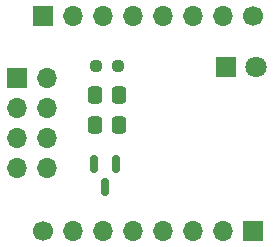
<source format=gbr>
%TF.GenerationSoftware,KiCad,Pcbnew,7.0.2-1.fc38*%
%TF.CreationDate,2023-05-30T17:24:50+02:00*%
%TF.ProjectId,cc1101_pcb,63633131-3031-45f7-9063-622e6b696361,rev?*%
%TF.SameCoordinates,Original*%
%TF.FileFunction,Soldermask,Top*%
%TF.FilePolarity,Negative*%
%FSLAX46Y46*%
G04 Gerber Fmt 4.6, Leading zero omitted, Abs format (unit mm)*
G04 Created by KiCad (PCBNEW 7.0.2-1.fc38) date 2023-05-30 17:24:50*
%MOMM*%
%LPD*%
G01*
G04 APERTURE LIST*
G04 Aperture macros list*
%AMRoundRect*
0 Rectangle with rounded corners*
0 $1 Rounding radius*
0 $2 $3 $4 $5 $6 $7 $8 $9 X,Y pos of 4 corners*
0 Add a 4 corners polygon primitive as box body*
4,1,4,$2,$3,$4,$5,$6,$7,$8,$9,$2,$3,0*
0 Add four circle primitives for the rounded corners*
1,1,$1+$1,$2,$3*
1,1,$1+$1,$4,$5*
1,1,$1+$1,$6,$7*
1,1,$1+$1,$8,$9*
0 Add four rect primitives between the rounded corners*
20,1,$1+$1,$2,$3,$4,$5,0*
20,1,$1+$1,$4,$5,$6,$7,0*
20,1,$1+$1,$6,$7,$8,$9,0*
20,1,$1+$1,$8,$9,$2,$3,0*%
G04 Aperture macros list end*
%ADD10C,1.700000*%
%ADD11O,1.700000X1.700000*%
%ADD12R,1.700000X1.700000*%
%ADD13RoundRect,0.237500X0.250000X0.237500X-0.250000X0.237500X-0.250000X-0.237500X0.250000X-0.237500X0*%
%ADD14RoundRect,0.250000X-0.337500X-0.475000X0.337500X-0.475000X0.337500X0.475000X-0.337500X0.475000X0*%
%ADD15RoundRect,0.150000X-0.150000X0.587500X-0.150000X-0.587500X0.150000X-0.587500X0.150000X0.587500X0*%
%ADD16R,1.800000X1.800000*%
%ADD17C,1.800000*%
G04 APERTURE END LIST*
D10*
%TO.C,J1*%
X55200000Y-78900000D03*
D11*
X52660000Y-78900000D03*
X50120000Y-78900000D03*
X47580000Y-78900000D03*
X45040000Y-78900000D03*
X42500000Y-78900000D03*
X39960000Y-78900000D03*
D12*
X37420000Y-78900000D03*
%TD*%
D13*
%TO.C,R1*%
X43712500Y-83162500D03*
X41887500Y-83162500D03*
%TD*%
D10*
%TO.C,J2*%
X37440000Y-97100000D03*
D11*
X39980000Y-97100000D03*
X42520000Y-97100000D03*
X45060000Y-97100000D03*
X47600000Y-97100000D03*
X50140000Y-97100000D03*
X52680000Y-97100000D03*
D12*
X55220000Y-97100000D03*
%TD*%
D14*
%TO.C,C1*%
X41762500Y-88100000D03*
X43837500Y-88100000D03*
%TD*%
D15*
%TO.C,MCP1700*%
X43600000Y-91462500D03*
X41700000Y-91462500D03*
X42650000Y-93337500D03*
%TD*%
D16*
%TO.C,LED*%
X52860000Y-83200000D03*
D17*
X55400000Y-83200000D03*
%TD*%
D14*
%TO.C,C2*%
X41762500Y-85562500D03*
X43837500Y-85562500D03*
%TD*%
D12*
%TO.C,J3*%
X35160000Y-84180000D03*
D11*
X37700000Y-84180000D03*
X35160000Y-86720000D03*
X37700000Y-86720000D03*
X35160000Y-89260000D03*
X37700000Y-89260000D03*
X35160000Y-91800000D03*
X37700000Y-91800000D03*
%TD*%
M02*

</source>
